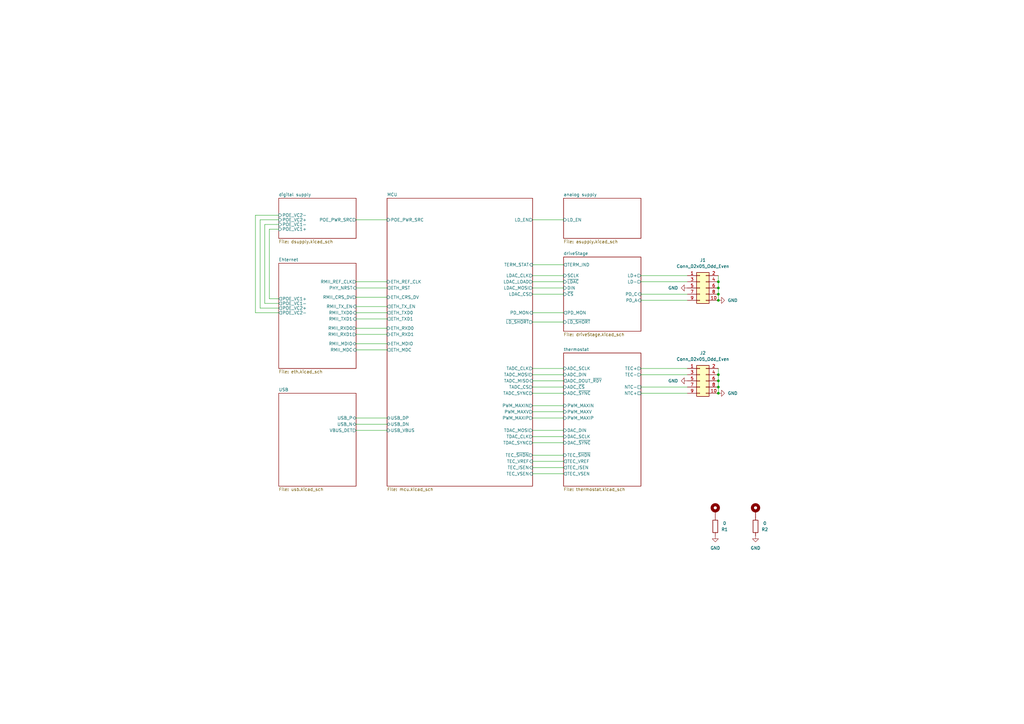
<source format=kicad_sch>
(kicad_sch (version 20230121) (generator eeschema)
  (paper "A3")
  (title_block (title "Kirdy") (date "2022-07-03") (rev "r0.3") (company "M-Labs") (comment 1 "Linus Woo Chun Kit"))
  (lib_symbols
    (symbol "Connector_Generic:Conn_02x05_Odd_Even" (pin_names (offset 1.016) hide)
      (property "Reference" "J" (at 1.27 7.62 0))
      (property "Value" "Conn_02x05_Odd_Even" (at 1.27 -7.62 0))
      (symbol "Conn_02x05_Odd_Even_1_1"
        (rectangle (start -1.27 -4.953) (end 0 -5.207) (stroke (width 0.1524)))
        (rectangle (start -1.27 -2.413) (end 0 -2.667) (stroke (width 0.1524)))
        (rectangle (start -1.27 0.127) (end 0 -0.127) (stroke (width 0.1524)))
        (rectangle (start -1.27 2.667) (end 0 2.413) (stroke (width 0.1524)))
        (rectangle (start -1.27 5.207) (end 0 4.953) (stroke (width 0.1524)))
        (rectangle (start -1.27 6.35) (end 3.81 -6.35) (stroke (width 0.254)) (fill (type background)))
        (rectangle (start 3.81 -4.953) (end 2.54 -5.207) (stroke (width 0.1524)))
        (rectangle (start 3.81 -2.413) (end 2.54 -2.667) (stroke (width 0.1524)))
        (rectangle (start 3.81 0.127) (end 2.54 -0.127) (stroke (width 0.1524)))
        (rectangle (start 3.81 2.667) (end 2.54 2.413) (stroke (width 0.1524)))
        (rectangle (start 3.81 5.207) (end 2.54 4.953) (stroke (width 0.1524)))
        (pin passive line (at -5.08 5.08 0) (length 3.81) (name "Pin_1") (number "1"))
        (pin passive line (at 7.62 -5.08 180) (length 3.81) (name "Pin_10") (number "10"))
        (pin passive line (at 7.62 5.08 180) (length 3.81) (name "Pin_2") (number "2"))
        (pin passive line (at -5.08 2.54 0) (length 3.81) (name "Pin_3") (number "3"))
        (pin passive line (at 7.62 2.54 180) (length 3.81) (name "Pin_4") (number "4"))
        (pin passive line (at -5.08 0 0) (length 3.81) (name "Pin_5") (number "5"))
        (pin passive line (at 7.62 0 180) (length 3.81) (name "Pin_6") (number "6"))
        (pin passive line (at -5.08 -2.54 0) (length 3.81) (name "Pin_7") (number "7"))
        (pin passive line (at 7.62 -2.54 180) (length 3.81) (name "Pin_8") (number "8"))
        (pin passive line (at -5.08 -5.08 0) (length 3.81) (name "Pin_9") (number "9"))
      )
    )
    (symbol "Device:R" (pin_numbers hide) (pin_names (offset 0))
      (property "Reference" "R" (at 2.032 0 90))
      (property "Value" "R" (at 0 0 90))
      (symbol "R_0_1"
        (rectangle (start -1.016 -2.54) (end 1.016 2.54) (stroke (width 0.254)))
      )
      (symbol "R_1_1"
        (pin passive line (at 0 3.81 270) (length 1.27) (name "~") (number "1"))
        (pin passive line (at 0 -3.81 90) (length 1.27) (name "~") (number "2"))
      )
    )
    (symbol "Mechanical:MountingHole_Pad" (pin_numbers hide) (pin_names (offset 1.016) hide)
      (property "Reference" "H" (at 0 6.35 0))
      (property "Value" "MountingHole_Pad" (at 0 4.445 0))
      (symbol "MountingHole_Pad_0_1"
        (circle (center 0 1.27) (radius 1.27) (stroke (width 1.27)))
      )
      (symbol "MountingHole_Pad_1_1"
        (pin input line (at 0 -2.54 90) (length 2.54) (name "1") (number "1"))
      )
    )
    (symbol "power:GND" (power) (pin_names (offset 0))
      (property "Value" "GND" (at 0 -3.81 0))
      (symbol "GND_0_1"
        (polyline (pts (xy 0 0) (xy 0 -1.27) (xy 1.27 -1.27) (xy 0 -2.54) (xy -1.27 -1.27) (xy 0 -1.27)))
      )
      (symbol "GND_1_1"
        (pin power_in line (at 0 0 270) (length 0) hide (name "GND") (number "1"))
      )
    )
  )
  (junction (at 294.64 161.29))
  (junction (at 294.64 118.11))
  (junction (at 294.64 158.75))
  (junction (at 294.64 156.21))
  (junction (at 294.64 120.65))
  (junction (at 294.64 115.57))
  (junction (at 294.64 153.67))
  (junction (at 294.64 123.19))
  (wire (pts (xy 146.05 176.53) (xy 158.75 176.53)))
  (wire (pts (xy 294.64 153.67) (xy 294.64 156.21)))
  (wire (pts (xy 108.585 92.075) (xy 108.585 124.46)))
  (wire (pts (xy 218.44 168.91) (xy 231.14 168.91)))
  (wire (pts (xy 106.68 126.365) (xy 106.68 90.17)))
  (wire (pts (xy 218.44 176.53) (xy 231.14 176.53)))
  (wire (pts (xy 294.64 115.57) (xy 294.64 118.11)))
  (wire (pts (xy 146.05 125.73) (xy 158.75 125.73)))
  (wire (pts (xy 262.89 123.19) (xy 281.94 123.19)))
  (wire (pts (xy 114.3 122.555) (xy 110.49 122.555)))
  (wire (pts (xy 218.44 151.13) (xy 231.14 151.13)))
  (wire (pts (xy 146.05 173.99) (xy 158.75 173.99)))
  (wire (pts (xy 218.44 161.29) (xy 231.14 161.29)))
  (wire (pts (xy 146.05 115.57) (xy 158.75 115.57)))
  (wire (pts (xy 218.44 90.17) (xy 231.14 90.17)))
  (wire (pts (xy 218.44 171.45) (xy 231.14 171.45)))
  (wire (pts (xy 146.05 140.97) (xy 158.75 140.97)))
  (wire (pts (xy 218.44 194.31) (xy 231.14 194.31)))
  (wire (pts (xy 218.44 166.37) (xy 231.14 166.37)))
  (wire (pts (xy 218.44 189.23) (xy 231.14 189.23)))
  (wire (pts (xy 218.44 179.07) (xy 231.14 179.07)))
  (wire (pts (xy 262.89 161.29) (xy 281.94 161.29)))
  (wire (pts (xy 146.05 121.92) (xy 158.75 121.92)))
  (wire (pts (xy 146.05 171.45) (xy 158.75 171.45)))
  (wire (pts (xy 262.89 113.03) (xy 281.94 113.03)))
  (wire (pts (xy 146.05 90.17) (xy 158.75 90.17)))
  (wire (pts (xy 114.3 92.075) (xy 108.585 92.075)))
  (wire (pts (xy 294.64 118.11) (xy 294.64 120.65)))
  (wire (pts (xy 110.49 93.98) (xy 114.3 93.98)))
  (wire (pts (xy 106.68 90.17) (xy 114.3 90.17)))
  (wire (pts (xy 110.49 122.555) (xy 110.49 93.98)))
  (wire (pts (xy 114.3 88.265) (xy 104.775 88.265)))
  (wire (pts (xy 146.05 130.81) (xy 158.75 130.81)))
  (wire (pts (xy 218.44 115.57) (xy 231.14 115.57)))
  (wire (pts (xy 262.89 120.65) (xy 281.94 120.65)))
  (wire (pts (xy 146.05 118.11) (xy 158.75 118.11)))
  (wire (pts (xy 114.3 126.365) (xy 106.68 126.365)))
  (wire (pts (xy 146.05 128.27) (xy 158.75 128.27)))
  (wire (pts (xy 294.64 158.75) (xy 294.64 161.29)))
  (wire (pts (xy 262.89 158.75) (xy 281.94 158.75)))
  (wire (pts (xy 104.775 88.265) (xy 104.775 128.27)))
  (wire (pts (xy 218.44 132.08) (xy 231.14 132.08)))
  (wire (pts (xy 146.05 134.62) (xy 158.75 134.62)))
  (wire (pts (xy 218.44 118.11) (xy 231.14 118.11)))
  (wire (pts (xy 218.44 156.21) (xy 231.14 156.21)))
  (wire (pts (xy 294.64 120.65) (xy 294.64 123.19)))
  (wire (pts (xy 218.44 128.27) (xy 231.14 128.27)))
  (wire (pts (xy 218.44 186.69) (xy 231.14 186.69)))
  (wire (pts (xy 218.44 153.67) (xy 231.14 153.67)))
  (wire (pts (xy 218.44 108.585) (xy 231.14 108.585)))
  (wire (pts (xy 218.44 181.61) (xy 231.14 181.61)))
  (wire (pts (xy 294.64 113.03) (xy 294.64 115.57)))
  (wire (pts (xy 218.44 158.75) (xy 231.14 158.75)))
  (wire (pts (xy 218.44 120.65) (xy 231.14 120.65)))
  (wire (pts (xy 262.89 151.13) (xy 281.94 151.13)))
  (wire (pts (xy 262.89 153.67) (xy 281.94 153.67)))
  (wire (pts (xy 108.585 124.46) (xy 114.3 124.46)))
  (wire (pts (xy 294.64 156.21) (xy 294.64 158.75)))
  (wire (pts (xy 146.05 143.51) (xy 158.75 143.51)))
  (wire (pts (xy 262.89 115.57) (xy 281.94 115.57)))
  (wire (pts (xy 104.775 128.27) (xy 114.3 128.27)))
  (wire (pts (xy 218.44 191.77) (xy 231.14 191.77)))
  (wire (pts (xy 218.44 113.03) (xy 231.14 113.03)))
  (wire (pts (xy 294.64 151.13) (xy 294.64 153.67)))
  (wire (pts (xy 146.05 137.16) (xy 158.75 137.16)))
  (symbol (lib_id "Connector_Generic:Conn_02x05_Odd_Even") (at 287.02 156.21 0) (unit 1)
    (property "Reference" "J2" (at 288.29 144.78 0))
    (property "Value" "Conn_02x05_Odd_Even" (at 288.29 147.32 0))
    (property "Footprint" "Connector_PinHeader_2.54mm:PinHeader_2x05_P2.54mm_Vertical_SMD" (effects hide))
    (property "MFR_PN" "3020-10-0300-00" (effects hide))
    (property "MFR_PN_ALT" "SBH11-NBPC-D05-SM-BK" (effects hide))
  )
  (symbol (lib_id "power:GND") (at 309.88 219.71 0) (unit 1)
    (property "Reference" "#PWR06" (effects hide))
    (property "Value" "GND" (at 309.88 224.79 0))
  )
  (symbol (lib_id "Device:R") (at 293.37 215.9 180) (unit 1)
    (property "Reference" "R1" (at 297.18 217.17 0))
    (property "Value" "0" (at 297.18 214.63 0))
    (property "Footprint" "Resistor_SMD:R_0603_1608Metric" (effects hide))
    (property "MFR_PN" "RMCF0603ZT0R00" (effects hide))
    (property "MFR_PN_ALT" "CR0603-J/-000ELF" (effects hide))
  )
  (symbol (lib_id "power:GND") (at 294.64 161.29 90) (unit 1)
    (property "Reference" "#PWR05" (effects hide))
    (property "Value" "GND" (at 298.45 161.2899 90) (effects (justify right)))
  )
  (symbol (lib_id "power:GND") (at 281.94 118.11 270) (unit 1)
    (property "Reference" "#PWR01" (effects hide))
    (property "Value" "GND" (at 278.13 118.1099 90) (effects (justify right)))
  )
  (symbol (lib_id "power:GND") (at 294.64 123.19 90) (unit 1)
    (property "Reference" "#PWR04" (effects hide))
    (property "Value" "GND" (at 298.45 123.1899 90) (effects (justify right)))
  )
  (symbol (lib_id "Mechanical:MountingHole_Pad") (at 293.37 209.55 0) (unit 1) (in_bom no)
    (property "Reference" "H1" (effects hide))
    (property "Value" "MountingHole_Pad" (effects hide))
    (property "Footprint" "MountingHole:MountingHole_2.7mm_M2.5_Pad_Via" (effects hide))
  )
  (symbol (lib_id "Mechanical:MountingHole_Pad") (at 309.88 209.55 0) (unit 1) (in_bom no)
    (property "Reference" "H2" (effects hide))
    (property "Value" "MountingHole_Pad" (effects hide))
    (property "Footprint" "MountingHole:MountingHole_2.7mm_M2.5_Pad_Via" (effects hide))
  )
  (symbol (lib_id "Connector_Generic:Conn_02x05_Odd_Even") (at 287.02 118.11 0) (unit 1)
    (property "Reference" "J1" (at 288.29 106.68 0))
    (property "Value" "Conn_02x05_Odd_Even" (at 288.29 109.22 0))
    (property "Footprint" "Connector_PinHeader_2.54mm:PinHeader_2x05_P2.54mm_Vertical_SMD" (effects hide))
    (property "MFR_PN" "3020-10-0300-00" (effects hide))
    (property "MFR_PN_ALT" "SBH11-NBPC-D05-SM-BK" (effects hide))
  )
  (symbol (lib_id "power:GND") (at 293.37 219.71 0) (unit 1)
    (property "Reference" "#PWR03" (effects hide))
    (property "Value" "GND" (at 293.37 224.79 0))
  )
  (symbol (lib_id "power:GND") (at 281.94 156.21 270) (unit 1)
    (property "Reference" "#PWR02" (effects hide))
    (property "Value" "GND" (at 278.13 156.2099 90) (effects (justify right)))
  )
  (symbol (lib_id "Device:R") (at 309.88 215.9 180) (unit 1)
    (property "Reference" "R2" (at 313.69 217.17 0))
    (property "Value" "0" (at 313.69 214.63 0))
    (property "Footprint" "Resistor_SMD:R_0603_1608Metric" (effects hide))
    (property "MFR_PN" "RMCF0603ZT0R00" (effects hide))
    (property "MFR_PN_ALT" "CR0603-J/-000ELF" (effects hide))
  )
  (sheet (at 114.3 107.95) (size 31.75 43.18) (stroke (width 0.1524))
    (property "Sheetname" "Ehternet" (at 114.3 107.2384 0) (effects (justify left bottom)))
    (property "Sheetfile" "eth.kicad_sch" (at 114.3 151.7146 0) (effects (justify left top)))
    (pin "RMII_MDIO" bidirectional (at 146.05 140.97 0))
    (pin "PHY_NRST" input (at 146.05 118.11 0))
    (pin "RMII_MDC" input (at 146.05 143.51 0))
    (pin "RMII_CRS_DV" output (at 146.05 121.92 0))
    (pin "RMII_TX_EN" input (at 146.05 125.73 0))
    (pin "RMII_TXD0" input (at 146.05 128.27 0))
    (pin "RMII_TXD1" input (at 146.05 130.81 0))
    (pin "RMII_RXD0" output (at 146.05 134.62 0))
    (pin "RMII_RXD1" output (at 146.05 137.16 0))
    (pin "RMII_REF_CLK" output (at 146.05 115.57 0))
    (pin "POE_VC1+" output (at 114.3 122.555 180))
    (pin "POE_VC1-" output (at 114.3 124.46 180))
    (pin "POE_VC2+" output (at 114.3 126.365 180))
    (pin "POE_VC2-" output (at 114.3 128.27 180))
  )
  (sheet (at 114.3 161.29) (size 31.75 38.1) (stroke (width 0.1524))
    (property "Sheetname" "USB" (at 114.3 160.5784 0) (effects (justify left bottom)))
    (property "Sheetfile" "usb.kicad_sch" (at 114.3 199.9746 0) (effects (justify left top)))
    (pin "USB_N" bidirectional (at 146.05 173.99 0))
    (pin "USB_P" bidirectional (at 146.05 171.45 0))
    (pin "VBUS_DET" output (at 146.05 176.53 0))
  )
  (sheet (at 231.14 105.41) (size 31.75 30.48) (stroke (width 0.1524))
    (property "Sheetname" "driveStage" (at 231.14 104.6984 0) (effects (justify left bottom)))
    (property "Sheetfile" "driveStage.kicad_sch" (at 231.14 136.4746 0) (effects (justify left top)))
    (pin "LD-" output (at 262.89 115.57 0))
    (pin "LD+" output (at 262.89 113.03 0))
    (pin "SCLK" input (at 231.14 113.03 180))
    (pin "DIN" input (at 231.14 118.11 180))
    (pin "~{LDAC}" input (at 231.14 115.57 180))
    (pin "~{CS}" input (at 231.14 120.65 180))
    (pin "PD_A" input (at 262.89 123.19 0))
    (pin "PD_C" input (at 262.89 120.65 0))
    (pin "PD_MON" output (at 231.14 128.27 180))
    (pin "~{LD_SHORT}" input (at 231.14 132.08 180))
    (pin "TERM_IND" output (at 231.14 108.585 180))
  )
  (sheet (at 114.3 81.28) (size 31.75 16.51) (stroke (width 0.1524))
    (property "Sheetname" "digital supply" (at 114.3 80.5684 0) (effects (justify left bottom)))
    (property "Sheetfile" "dsupply.kicad_sch" (at 114.3 98.3746 0) (effects (justify left top)))
    (pin "POE_PWR_SRC" output (at 146.05 90.17 0))
    (pin "POE_VC1-" input (at 114.3 92.075 180))
    (pin "POE_VC2-" input (at 114.3 88.265 180))
    (pin "POE_VC1+" input (at 114.3 93.98 180))
    (pin "POE_VC2+" input (at 114.3 90.17 180))
  )
  (sheet (at 231.14 144.78) (size 31.75 54.61) (stroke (width 0.1524))
    (property "Sheetname" "thermostat" (at 231.14 144.0684 0) (effects (justify left bottom)))
    (property "Sheetfile" "thermostat.kicad_sch" (at 231.14 199.9746 0) (effects (justify left top)))
    (pin "TEC-" output (at 262.89 153.67 0))
    (pin "TEC+" output (at 262.89 151.13 0))
    (pin "NTC-" passive (at 262.89 158.75 0))
    (pin "NTC+" passive (at 262.89 161.29 0))
    (pin "DAC_~{SYNC}" input (at 231.14 181.61 180))
    (pin "DAC_SCLK" input (at 231.14 179.07 180))
    (pin "DAC_DIN" input (at 231.14 176.53 180))
    (pin "PWM_MAXV" input (at 231.14 168.91 180))
    (pin "ADC_SCLK" input (at 231.14 151.13 180))
    (pin "ADC_DIN" input (at 231.14 153.67 180))
    (pin "ADC_DOUT_~{RDY}" output (at 231.14 156.21 180))
    (pin "ADC_~{CS}" input (at 231.14 158.75 180))
    (pin "ADC_~{SYNC}" input (at 231.14 161.29 180))
    (pin "PWM_MAXIN" input (at 231.14 166.37 180))
    (pin "PWM_MAXIP" input (at 231.14 171.45 180))
    (pin "TEC_~{SHDN}" input (at 231.14 186.69 180))
    (pin "TEC_ISEN" output (at 231.14 191.77 180))
    (pin "TEC_VREF" output (at 231.14 189.23 180))
    (pin "TEC_VSEN" output (at 231.14 194.31 180))
  )
  (sheet (at 231.14 81.28) (size 31.75 16.51) (stroke (width 0.1524))
    (property "Sheetname" "analog supply" (at 231.14 80.5684 0) (effects (justify left bottom)))
    (property "Sheetfile" "asupply.kicad_sch" (at 231.14 98.3746 0) (effects (justify left top)))
    (pin "LD_EN" input (at 231.14 90.17 180))
  )
  (sheet (at 158.75 81.28) (size 59.69 118.11) (stroke (width 0.1524))
    (property "Sheetname" "MCU" (at 158.75 80.5684 0) (effects (justify left bottom)))
    (property "Sheetfile" "mcu.kicad_sch" (at 158.75 199.9746 0) (effects (justify left top)))
    (pin "ETH_RST" output (at 158.75 118.11 180))
    (pin "ETH_MDIO" bidirectional (at 158.75 140.97 180))
    (pin "PD_MON" input (at 218.44 128.27 0))
    (pin "TEC_~{SHDN}" output (at 218.44 186.69 0))
    (pin "TEC_VREF" input (at 218.44 189.23 0))
    (pin "ETH_CRS_DV" input (at 158.75 121.92 180))
    (pin "USB_VBUS" input (at 158.75 176.53 180))
    (pin "TEC_ISEN" input (at 218.44 191.77 0))
    (pin "TEC_VSEN" input (at 218.44 194.31 0))
    (pin "USB_DP" bidirectional (at 158.75 171.45 180))
    (pin "USB_DN" bidirectional (at 158.75 173.99 180))
    (pin "TADC_CS" output (at 218.44 158.75 0))
    (pin "LDAC_CLK" output (at 218.44 113.03 0))
    (pin "ETH_TX_EN" output (at 158.75 125.73 180))
    (pin "ETH_TXD0" output (at 158.75 128.27 180))
    (pin "ETH_TXD1" output (at 158.75 130.81 180))
    (pin "LDAC_LOAD" output (at 218.44 115.57 0))
    (pin "POE_PWR_SRC" input (at 158.75 90.17 180))
    (pin "ETH_RXD0" input (at 158.75 134.62 180))
    (pin "ETH_RXD1" input (at 158.75 137.16 180))
    (pin "LDAC_MOSI" output (at 218.44 118.11 0))
    (pin "TADC_MOSI" output (at 218.44 153.67 0))
    (pin "TADC_MISO" input (at 218.44 156.21 0))
    (pin "PWM_MAXIP" output (at 218.44 171.45 0))
    (pin "ETH_MDC" output (at 158.75 143.51 180))
    (pin "LDAC_CS" output (at 218.44 120.65 0))
    (pin "TADC_SYNC" output (at 218.44 161.29 0))
    (pin "TDAC_CLK" output (at 218.44 179.07 0))
    (pin "TDAC_SYNC" output (at 218.44 181.61 0))
    (pin "TDAC_MOSI" output (at 218.44 176.53 0))
    (pin "PWM_MAXIN" output (at 218.44 166.37 0))
    (pin "PWM_MAXV" output (at 218.44 168.91 0))
    (pin "TADC_CLK" output (at 218.44 151.13 0))
    (pin "ETH_REF_CLK" input (at 158.75 115.57 180))
    (pin "LD_EN" output (at 218.44 90.17 0))
    (pin "~{LD_SHORT}" output (at 218.44 132.08 0))
    (pin "TERM_STAT" input (at 218.44 108.585 0))
  )
)
</source>
